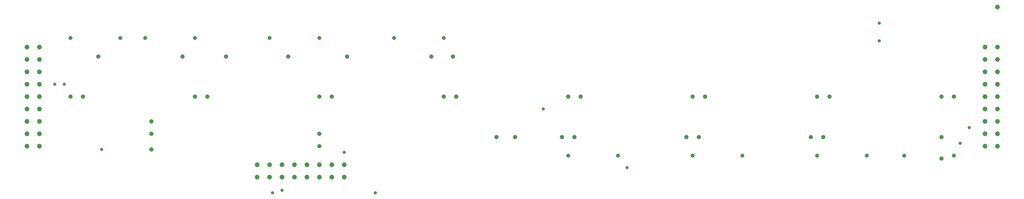
<source format=gbr>
%TF.GenerationSoftware,KiCad,Pcbnew,7.0.2*%
%TF.CreationDate,2024-06-24T19:44:11-07:00*%
%TF.ProjectId,Score-Board-LinInd,53636f72-652d-4426-9f61-72642d4c696e,1*%
%TF.SameCoordinates,Original*%
%TF.FileFunction,Plated,1,2,PTH,Drill*%
%TF.FilePolarity,Positive*%
%FSLAX46Y46*%
G04 Gerber Fmt 4.6, Leading zero omitted, Abs format (unit mm)*
G04 Created by KiCad (PCBNEW 7.0.2) date 2024-06-24 19:44:11*
%MOMM*%
%LPD*%
G01*
G04 APERTURE LIST*
%TA.AperFunction,ViaDrill*%
%ADD10C,0.635000*%
%TD*%
%TA.AperFunction,ComponentDrill*%
%ADD11C,0.800000*%
%TD*%
%TA.AperFunction,ViaDrill*%
%ADD12C,0.889000*%
%TD*%
%TA.AperFunction,ComponentDrill*%
%ADD13C,0.900000*%
%TD*%
%TA.AperFunction,ComponentDrill*%
%ADD14C,1.000000*%
%TD*%
G04 APERTURE END LIST*
D10*
X44152500Y-108258000D03*
X46057500Y-108258000D03*
X53677500Y-121593000D03*
X88602500Y-130483000D03*
X90507500Y-130038000D03*
X103207500Y-122228000D03*
X109557500Y-130483000D03*
X143847500Y-113338000D03*
X160992500Y-125340000D03*
X212427500Y-95748000D03*
X212427500Y-99368000D03*
X228937500Y-120323000D03*
X230842500Y-117148000D03*
D11*
%TO.C,R1*%
X47327500Y-98733000D03*
X57487500Y-98733000D03*
%TO.C,R2*%
X62567500Y-98733000D03*
X72727500Y-98733000D03*
%TO.C,R3*%
X87967500Y-98733000D03*
X98127500Y-98733000D03*
%TO.C,R4*%
X113367500Y-98733000D03*
X123527500Y-98733000D03*
%TO.C,R5*%
X148927500Y-122863000D03*
X159087500Y-122863000D03*
%TO.C,R6*%
X174327500Y-122863000D03*
X184487500Y-122863000D03*
%TO.C,R7*%
X199727500Y-122863000D03*
X209887500Y-122863000D03*
%TO.C,R8*%
X217507500Y-122863000D03*
X227667500Y-122863000D03*
%TD*%
D12*
X53042500Y-102543000D03*
X63837500Y-115878000D03*
X63837500Y-118418000D03*
X63837500Y-121593000D03*
X70187500Y-102543000D03*
X79077500Y-102543000D03*
X91777500Y-102543000D03*
X98127500Y-118418000D03*
X98127500Y-120958000D03*
X103842500Y-102543000D03*
X120987500Y-102543000D03*
X125432500Y-102543000D03*
X134322500Y-119053000D03*
X138132500Y-119053000D03*
X147657500Y-119053000D03*
X150197500Y-119053000D03*
X173057500Y-119053000D03*
X175597500Y-119053000D03*
X198457500Y-119053000D03*
X200997500Y-119053000D03*
X225127500Y-119053000D03*
X225127500Y-123498000D03*
D13*
%TO.C,LED1*%
X47327500Y-110798000D03*
X49867500Y-110798000D03*
%TO.C,LED2*%
X72727500Y-110798000D03*
X75267500Y-110798000D03*
%TO.C,LED3*%
X98127500Y-110798000D03*
X100667500Y-110798000D03*
%TO.C,LED4*%
X123527500Y-110798000D03*
X126067500Y-110798000D03*
%TO.C,LED5*%
X148927500Y-110798000D03*
X151467500Y-110798000D03*
%TO.C,LED6*%
X174327500Y-110798000D03*
X176867500Y-110798000D03*
%TO.C,LED7*%
X199727500Y-110798000D03*
X202267500Y-110798000D03*
%TO.C,LED8*%
X225127500Y-110798000D03*
X227667500Y-110798000D03*
D14*
%TO.C,J2*%
X38432500Y-100628000D03*
X38432500Y-103168000D03*
X38432500Y-105708000D03*
X38432500Y-108248000D03*
X38432500Y-110788000D03*
X38432500Y-113328000D03*
X38432500Y-115868000D03*
X38432500Y-118408000D03*
X38432500Y-120948000D03*
X40972500Y-100628000D03*
X40972500Y-103168000D03*
X40972500Y-105708000D03*
X40972500Y-108248000D03*
X40972500Y-110788000D03*
X40972500Y-113328000D03*
X40972500Y-115868000D03*
X40972500Y-118408000D03*
X40972500Y-120948000D03*
%TO.C,J1*%
X85427500Y-124768000D03*
X85427500Y-127308000D03*
X87967500Y-124768000D03*
X87967500Y-127308000D03*
X90507500Y-124768000D03*
X90507500Y-127308000D03*
X93047500Y-124768000D03*
X93047500Y-127308000D03*
X95587500Y-124768000D03*
X95587500Y-127308000D03*
X98127500Y-124768000D03*
X98127500Y-127308000D03*
X100667500Y-124768000D03*
X100667500Y-127308000D03*
X103207500Y-124768000D03*
X103207500Y-127308000D03*
%TO.C,J3*%
X234012500Y-100628000D03*
X234012500Y-103168000D03*
X234012500Y-105708000D03*
X234012500Y-108248000D03*
X234012500Y-110788000D03*
X234012500Y-113328000D03*
X234012500Y-115868000D03*
X234012500Y-118408000D03*
X234012500Y-120948000D03*
X236552500Y-100628000D03*
X236552500Y-103168000D03*
X236552500Y-105708000D03*
X236552500Y-108248000D03*
X236552500Y-110788000D03*
X236552500Y-113328000D03*
X236552500Y-115868000D03*
X236552500Y-118408000D03*
X236552500Y-120948000D03*
%TO.C,GND1*%
X236557500Y-92383000D03*
M02*

</source>
